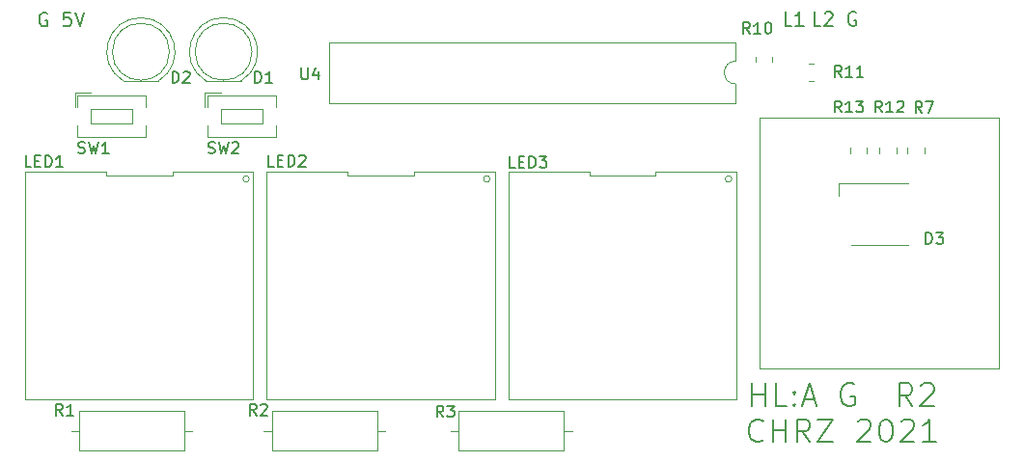
<source format=gbr>
%TF.GenerationSoftware,KiCad,Pcbnew,5.1.9*%
%TF.CreationDate,2021-02-04T18:55:06+01:00*%
%TF.ProjectId,hl-alyx-glove,686c2d61-6c79-4782-9d67-6c6f76652e6b,rev?*%
%TF.SameCoordinates,Original*%
%TF.FileFunction,Legend,Top*%
%TF.FilePolarity,Positive*%
%FSLAX46Y46*%
G04 Gerber Fmt 4.6, Leading zero omitted, Abs format (unit mm)*
G04 Created by KiCad (PCBNEW 5.1.9) date 2021-02-04 18:55:06*
%MOMM*%
%LPD*%
G01*
G04 APERTURE LIST*
%ADD10C,0.200000*%
%ADD11C,0.120000*%
%ADD12C,0.150000*%
G04 APERTURE END LIST*
D10*
X162464285Y-46300000D02*
X162350000Y-46242857D01*
X162178571Y-46242857D01*
X162007142Y-46300000D01*
X161892857Y-46414285D01*
X161835714Y-46528571D01*
X161778571Y-46757142D01*
X161778571Y-46928571D01*
X161835714Y-47157142D01*
X161892857Y-47271428D01*
X162007142Y-47385714D01*
X162178571Y-47442857D01*
X162292857Y-47442857D01*
X162464285Y-47385714D01*
X162521428Y-47328571D01*
X162521428Y-46928571D01*
X162292857Y-46928571D01*
X156850000Y-47442857D02*
X156278571Y-47442857D01*
X156278571Y-46242857D01*
X157878571Y-47442857D02*
X157192857Y-47442857D01*
X157535714Y-47442857D02*
X157535714Y-46242857D01*
X157421428Y-46414285D01*
X157307142Y-46528571D01*
X157192857Y-46585714D01*
X159400000Y-47442857D02*
X158828571Y-47442857D01*
X158828571Y-46242857D01*
X159742857Y-46357142D02*
X159800000Y-46300000D01*
X159914285Y-46242857D01*
X160200000Y-46242857D01*
X160314285Y-46300000D01*
X160371428Y-46357142D01*
X160428571Y-46471428D01*
X160428571Y-46585714D01*
X160371428Y-46757142D01*
X159685714Y-47442857D01*
X160428571Y-47442857D01*
X91521428Y-46350000D02*
X91407142Y-46292857D01*
X91235714Y-46292857D01*
X91064285Y-46350000D01*
X90950000Y-46464285D01*
X90892857Y-46578571D01*
X90835714Y-46807142D01*
X90835714Y-46978571D01*
X90892857Y-47207142D01*
X90950000Y-47321428D01*
X91064285Y-47435714D01*
X91235714Y-47492857D01*
X91350000Y-47492857D01*
X91521428Y-47435714D01*
X91578571Y-47378571D01*
X91578571Y-46978571D01*
X91350000Y-46978571D01*
X93578571Y-46292857D02*
X93007142Y-46292857D01*
X92950000Y-46864285D01*
X93007142Y-46807142D01*
X93121428Y-46750000D01*
X93407142Y-46750000D01*
X93521428Y-46807142D01*
X93578571Y-46864285D01*
X93635714Y-46978571D01*
X93635714Y-47264285D01*
X93578571Y-47378571D01*
X93521428Y-47435714D01*
X93407142Y-47492857D01*
X93121428Y-47492857D01*
X93007142Y-47435714D01*
X92950000Y-47378571D01*
X93978571Y-46292857D02*
X94378571Y-47492857D01*
X94778571Y-46292857D01*
D11*
X109265685Y-60900000D02*
G75*
G03*
X109265685Y-60900000I-282843J0D01*
G01*
X130382843Y-60900000D02*
G75*
G03*
X130382843Y-60900000I-282843J0D01*
G01*
X151582843Y-60900000D02*
G75*
G03*
X151582843Y-60900000I-282843J0D01*
G01*
D12*
X153347619Y-80829761D02*
X153347619Y-78829761D01*
X153347619Y-79782142D02*
X154490476Y-79782142D01*
X154490476Y-80829761D02*
X154490476Y-78829761D01*
X156395238Y-80829761D02*
X155442857Y-80829761D01*
X155442857Y-78829761D01*
X157061904Y-80639285D02*
X157157142Y-80734523D01*
X157061904Y-80829761D01*
X156966666Y-80734523D01*
X157061904Y-80639285D01*
X157061904Y-80829761D01*
X157061904Y-79591666D02*
X157157142Y-79686904D01*
X157061904Y-79782142D01*
X156966666Y-79686904D01*
X157061904Y-79591666D01*
X157061904Y-79782142D01*
X157919047Y-80258333D02*
X158871428Y-80258333D01*
X157728571Y-80829761D02*
X158395238Y-78829761D01*
X159061904Y-80829761D01*
X162300000Y-78925000D02*
X162109523Y-78829761D01*
X161823809Y-78829761D01*
X161538095Y-78925000D01*
X161347619Y-79115476D01*
X161252380Y-79305952D01*
X161157142Y-79686904D01*
X161157142Y-79972619D01*
X161252380Y-80353571D01*
X161347619Y-80544047D01*
X161538095Y-80734523D01*
X161823809Y-80829761D01*
X162014285Y-80829761D01*
X162300000Y-80734523D01*
X162395238Y-80639285D01*
X162395238Y-79972619D01*
X162014285Y-79972619D01*
X167442857Y-80829761D02*
X166776190Y-79877380D01*
X166300000Y-80829761D02*
X166300000Y-78829761D01*
X167061904Y-78829761D01*
X167252380Y-78925000D01*
X167347619Y-79020238D01*
X167442857Y-79210714D01*
X167442857Y-79496428D01*
X167347619Y-79686904D01*
X167252380Y-79782142D01*
X167061904Y-79877380D01*
X166300000Y-79877380D01*
X168204761Y-79020238D02*
X168300000Y-78925000D01*
X168490476Y-78829761D01*
X168966666Y-78829761D01*
X169157142Y-78925000D01*
X169252380Y-79020238D01*
X169347619Y-79210714D01*
X169347619Y-79401190D01*
X169252380Y-79686904D01*
X168109523Y-80829761D01*
X169347619Y-80829761D01*
X154347619Y-83789285D02*
X154252380Y-83884523D01*
X153966666Y-83979761D01*
X153776190Y-83979761D01*
X153490476Y-83884523D01*
X153300000Y-83694047D01*
X153204761Y-83503571D01*
X153109523Y-83122619D01*
X153109523Y-82836904D01*
X153204761Y-82455952D01*
X153300000Y-82265476D01*
X153490476Y-82075000D01*
X153776190Y-81979761D01*
X153966666Y-81979761D01*
X154252380Y-82075000D01*
X154347619Y-82170238D01*
X155204761Y-83979761D02*
X155204761Y-81979761D01*
X155204761Y-82932142D02*
X156347619Y-82932142D01*
X156347619Y-83979761D02*
X156347619Y-81979761D01*
X158442857Y-83979761D02*
X157776190Y-83027380D01*
X157300000Y-83979761D02*
X157300000Y-81979761D01*
X158061904Y-81979761D01*
X158252380Y-82075000D01*
X158347619Y-82170238D01*
X158442857Y-82360714D01*
X158442857Y-82646428D01*
X158347619Y-82836904D01*
X158252380Y-82932142D01*
X158061904Y-83027380D01*
X157300000Y-83027380D01*
X159109523Y-81979761D02*
X160442857Y-81979761D01*
X159109523Y-83979761D01*
X160442857Y-83979761D01*
X162633333Y-82170238D02*
X162728571Y-82075000D01*
X162919047Y-81979761D01*
X163395238Y-81979761D01*
X163585714Y-82075000D01*
X163680952Y-82170238D01*
X163776190Y-82360714D01*
X163776190Y-82551190D01*
X163680952Y-82836904D01*
X162538095Y-83979761D01*
X163776190Y-83979761D01*
X165014285Y-81979761D02*
X165204761Y-81979761D01*
X165395238Y-82075000D01*
X165490476Y-82170238D01*
X165585714Y-82360714D01*
X165680952Y-82741666D01*
X165680952Y-83217857D01*
X165585714Y-83598809D01*
X165490476Y-83789285D01*
X165395238Y-83884523D01*
X165204761Y-83979761D01*
X165014285Y-83979761D01*
X164823809Y-83884523D01*
X164728571Y-83789285D01*
X164633333Y-83598809D01*
X164538095Y-83217857D01*
X164538095Y-82741666D01*
X164633333Y-82360714D01*
X164728571Y-82170238D01*
X164823809Y-82075000D01*
X165014285Y-81979761D01*
X166442857Y-82170238D02*
X166538095Y-82075000D01*
X166728571Y-81979761D01*
X167204761Y-81979761D01*
X167395238Y-82075000D01*
X167490476Y-82170238D01*
X167585714Y-82360714D01*
X167585714Y-82551190D01*
X167490476Y-82836904D01*
X166347619Y-83979761D01*
X167585714Y-83979761D01*
X169490476Y-83979761D02*
X168347619Y-83979761D01*
X168919047Y-83979761D02*
X168919047Y-81979761D01*
X168728571Y-82265476D01*
X168538095Y-82455952D01*
X168347619Y-82551190D01*
D11*
X175050000Y-77550000D02*
X174050000Y-77550000D01*
X175050000Y-55550000D02*
X175050000Y-77550000D01*
X174050000Y-55550000D02*
X175050000Y-55550000D01*
X154050000Y-55550000D02*
X154050000Y-57550000D01*
X174050000Y-55550000D02*
X154050000Y-55550000D01*
X154050000Y-77550000D02*
X174050000Y-77550000D01*
X154050000Y-57550000D02*
X154050000Y-77550000D01*
%TO.C,SW2*%
X105600000Y-53550000D02*
X111600000Y-53550000D01*
X105600000Y-57250000D02*
X111600000Y-57250000D01*
X105600000Y-53550000D02*
X105600000Y-54600000D01*
X105600000Y-56200000D02*
X105600000Y-57250000D01*
X111600000Y-53550000D02*
X111600000Y-54600000D01*
X111600000Y-56200000D02*
X111600000Y-57250000D01*
X105360000Y-53310000D02*
X106743000Y-53310000D01*
X105360000Y-53310000D02*
X105360000Y-54600000D01*
X106790000Y-54765000D02*
X106790000Y-56035000D01*
X106790000Y-56035000D02*
X110410000Y-56035000D01*
X110410000Y-56035000D02*
X110410000Y-54765000D01*
X110410000Y-54765000D02*
X106790000Y-54765000D01*
%TO.C,SW1*%
X94200000Y-53550000D02*
X100200000Y-53550000D01*
X94200000Y-57250000D02*
X100200000Y-57250000D01*
X94200000Y-53550000D02*
X94200000Y-54600000D01*
X94200000Y-56200000D02*
X94200000Y-57250000D01*
X100200000Y-53550000D02*
X100200000Y-54600000D01*
X100200000Y-56200000D02*
X100200000Y-57250000D01*
X93960000Y-53310000D02*
X95343000Y-53310000D01*
X93960000Y-53310000D02*
X93960000Y-54600000D01*
X95390000Y-54765000D02*
X95390000Y-56035000D01*
X95390000Y-56035000D02*
X99010000Y-56035000D01*
X99010000Y-56035000D02*
X99010000Y-54765000D01*
X99010000Y-54765000D02*
X95390000Y-54765000D01*
%TO.C,R13*%
X163435000Y-58627064D02*
X163435000Y-58172936D01*
X161965000Y-58627064D02*
X161965000Y-58172936D01*
%TO.C,R12*%
X166035000Y-58627064D02*
X166035000Y-58172936D01*
X164565000Y-58627064D02*
X164565000Y-58172936D01*
%TO.C,R11*%
X158777064Y-50815000D02*
X158322936Y-50815000D01*
X158777064Y-52285000D02*
X158322936Y-52285000D01*
%TO.C,LED2*%
X110800001Y-60260001D02*
X112050001Y-60260001D01*
X110800001Y-80260001D02*
X110800001Y-60260001D01*
X130800001Y-80260001D02*
X110800001Y-80260001D01*
X130800001Y-60260001D02*
X130800001Y-80260001D01*
X129550001Y-60260001D02*
X130800001Y-60260001D01*
X117883335Y-60260001D02*
X112050001Y-60260001D01*
X117883335Y-60620001D02*
X117883335Y-60260001D01*
X123716667Y-60620001D02*
X117883335Y-60620001D01*
X123716667Y-60260001D02*
X123716667Y-60620001D01*
X129550001Y-60260001D02*
X123716667Y-60260001D01*
%TO.C,R7*%
X167015000Y-58627064D02*
X167015000Y-58172936D01*
X168485000Y-58627064D02*
X168485000Y-58172936D01*
%TO.C,R10*%
X153665000Y-50172936D02*
X153665000Y-50627064D01*
X155135000Y-50172936D02*
X155135000Y-50627064D01*
%TO.C,U4*%
X151930000Y-50560000D02*
X151930000Y-48910000D01*
X151930000Y-48910000D02*
X116250000Y-48910000D01*
X116250000Y-48910000D02*
X116250000Y-54210000D01*
X116250000Y-54210000D02*
X151930000Y-54210000D01*
X151930000Y-54210000D02*
X151930000Y-52560000D01*
X151930000Y-52560000D02*
G75*
G02*
X151930000Y-50560000I0J1000000D01*
G01*
%TO.C,D3*%
X161000000Y-61300000D02*
X167100000Y-61300000D01*
X161000000Y-62400000D02*
X161000000Y-61300000D01*
X167100000Y-66700000D02*
X162100000Y-66700000D01*
%TO.C,LED3*%
X132000001Y-60260001D02*
X133250001Y-60260001D01*
X132000001Y-80260001D02*
X132000001Y-60260001D01*
X152000001Y-80260001D02*
X132000001Y-80260001D01*
X152000001Y-60260001D02*
X152000001Y-80260001D01*
X150750001Y-60260001D02*
X152000001Y-60260001D01*
X139083335Y-60260001D02*
X133250001Y-60260001D01*
X139083335Y-60620001D02*
X139083335Y-60260001D01*
X144916667Y-60620001D02*
X139083335Y-60620001D01*
X144916667Y-60260001D02*
X144916667Y-60620001D01*
X150750001Y-60260001D02*
X144916667Y-60260001D01*
%TO.C,D2*%
X98205000Y-52290000D02*
X101295000Y-52290000D01*
X102250000Y-49730000D02*
G75*
G03*
X102250000Y-49730000I-2500000J0D01*
G01*
X99750462Y-46740000D02*
G75*
G03*
X98205170Y-52290000I-462J-2990000D01*
G01*
X99749538Y-46740000D02*
G75*
G02*
X101294830Y-52290000I462J-2990000D01*
G01*
%TO.C,D1*%
X109500000Y-49730000D02*
G75*
G03*
X109500000Y-49730000I-2500000J0D01*
G01*
X105455000Y-52290000D02*
X108545000Y-52290000D01*
X106999538Y-46740000D02*
G75*
G02*
X108544830Y-52290000I462J-2990000D01*
G01*
X107000462Y-46740000D02*
G75*
G03*
X105455170Y-52290000I-462J-2990000D01*
G01*
%TO.C,R3*%
X136870000Y-84720000D02*
X136870000Y-81280000D01*
X136870000Y-81280000D02*
X127630000Y-81280000D01*
X127630000Y-81280000D02*
X127630000Y-84720000D01*
X127630000Y-84720000D02*
X136870000Y-84720000D01*
X137560000Y-83000000D02*
X136870000Y-83000000D01*
X126940000Y-83000000D02*
X127630000Y-83000000D01*
%TO.C,R2*%
X120470000Y-84720000D02*
X120470000Y-81280000D01*
X120470000Y-81280000D02*
X111230000Y-81280000D01*
X111230000Y-81280000D02*
X111230000Y-84720000D01*
X111230000Y-84720000D02*
X120470000Y-84720000D01*
X121160000Y-83000000D02*
X120470000Y-83000000D01*
X110540000Y-83000000D02*
X111230000Y-83000000D01*
%TO.C,R1*%
X94330000Y-81280000D02*
X94330000Y-84720000D01*
X94330000Y-84720000D02*
X103570000Y-84720000D01*
X103570000Y-84720000D02*
X103570000Y-81280000D01*
X103570000Y-81280000D02*
X94330000Y-81280000D01*
X93640000Y-83000000D02*
X94330000Y-83000000D01*
X104260000Y-83000000D02*
X103570000Y-83000000D01*
%TO.C,LED1*%
X108341999Y-60260001D02*
X102508665Y-60260001D01*
X102508665Y-60260001D02*
X102508665Y-60620001D01*
X102508665Y-60620001D02*
X96675333Y-60620001D01*
X96675333Y-60620001D02*
X96675333Y-60260001D01*
X96675333Y-60260001D02*
X90841999Y-60260001D01*
X108341999Y-60260001D02*
X109591999Y-60260001D01*
X109591999Y-60260001D02*
X109591999Y-80260001D01*
X109591999Y-80260001D02*
X89591999Y-80260001D01*
X89591999Y-80260001D02*
X89591999Y-60260001D01*
X89591999Y-60260001D02*
X90841999Y-60260001D01*
%TO.C,SW2*%
D12*
X105666666Y-58604761D02*
X105809523Y-58652380D01*
X106047619Y-58652380D01*
X106142857Y-58604761D01*
X106190476Y-58557142D01*
X106238095Y-58461904D01*
X106238095Y-58366666D01*
X106190476Y-58271428D01*
X106142857Y-58223809D01*
X106047619Y-58176190D01*
X105857142Y-58128571D01*
X105761904Y-58080952D01*
X105714285Y-58033333D01*
X105666666Y-57938095D01*
X105666666Y-57842857D01*
X105714285Y-57747619D01*
X105761904Y-57700000D01*
X105857142Y-57652380D01*
X106095238Y-57652380D01*
X106238095Y-57700000D01*
X106571428Y-57652380D02*
X106809523Y-58652380D01*
X107000000Y-57938095D01*
X107190476Y-58652380D01*
X107428571Y-57652380D01*
X107761904Y-57747619D02*
X107809523Y-57700000D01*
X107904761Y-57652380D01*
X108142857Y-57652380D01*
X108238095Y-57700000D01*
X108285714Y-57747619D01*
X108333333Y-57842857D01*
X108333333Y-57938095D01*
X108285714Y-58080952D01*
X107714285Y-58652380D01*
X108333333Y-58652380D01*
%TO.C,SW1*%
X94266666Y-58604761D02*
X94409523Y-58652380D01*
X94647619Y-58652380D01*
X94742857Y-58604761D01*
X94790476Y-58557142D01*
X94838095Y-58461904D01*
X94838095Y-58366666D01*
X94790476Y-58271428D01*
X94742857Y-58223809D01*
X94647619Y-58176190D01*
X94457142Y-58128571D01*
X94361904Y-58080952D01*
X94314285Y-58033333D01*
X94266666Y-57938095D01*
X94266666Y-57842857D01*
X94314285Y-57747619D01*
X94361904Y-57700000D01*
X94457142Y-57652380D01*
X94695238Y-57652380D01*
X94838095Y-57700000D01*
X95171428Y-57652380D02*
X95409523Y-58652380D01*
X95600000Y-57938095D01*
X95790476Y-58652380D01*
X96028571Y-57652380D01*
X96933333Y-58652380D02*
X96361904Y-58652380D01*
X96647619Y-58652380D02*
X96647619Y-57652380D01*
X96552380Y-57795238D01*
X96457142Y-57890476D01*
X96361904Y-57938095D01*
%TO.C,R13*%
X161207142Y-55052380D02*
X160873809Y-54576190D01*
X160635714Y-55052380D02*
X160635714Y-54052380D01*
X161016666Y-54052380D01*
X161111904Y-54100000D01*
X161159523Y-54147619D01*
X161207142Y-54242857D01*
X161207142Y-54385714D01*
X161159523Y-54480952D01*
X161111904Y-54528571D01*
X161016666Y-54576190D01*
X160635714Y-54576190D01*
X162159523Y-55052380D02*
X161588095Y-55052380D01*
X161873809Y-55052380D02*
X161873809Y-54052380D01*
X161778571Y-54195238D01*
X161683333Y-54290476D01*
X161588095Y-54338095D01*
X162492857Y-54052380D02*
X163111904Y-54052380D01*
X162778571Y-54433333D01*
X162921428Y-54433333D01*
X163016666Y-54480952D01*
X163064285Y-54528571D01*
X163111904Y-54623809D01*
X163111904Y-54861904D01*
X163064285Y-54957142D01*
X163016666Y-55004761D01*
X162921428Y-55052380D01*
X162635714Y-55052380D01*
X162540476Y-55004761D01*
X162492857Y-54957142D01*
%TO.C,R12*%
X164757142Y-55052380D02*
X164423809Y-54576190D01*
X164185714Y-55052380D02*
X164185714Y-54052380D01*
X164566666Y-54052380D01*
X164661904Y-54100000D01*
X164709523Y-54147619D01*
X164757142Y-54242857D01*
X164757142Y-54385714D01*
X164709523Y-54480952D01*
X164661904Y-54528571D01*
X164566666Y-54576190D01*
X164185714Y-54576190D01*
X165709523Y-55052380D02*
X165138095Y-55052380D01*
X165423809Y-55052380D02*
X165423809Y-54052380D01*
X165328571Y-54195238D01*
X165233333Y-54290476D01*
X165138095Y-54338095D01*
X166090476Y-54147619D02*
X166138095Y-54100000D01*
X166233333Y-54052380D01*
X166471428Y-54052380D01*
X166566666Y-54100000D01*
X166614285Y-54147619D01*
X166661904Y-54242857D01*
X166661904Y-54338095D01*
X166614285Y-54480952D01*
X166042857Y-55052380D01*
X166661904Y-55052380D01*
%TO.C,R11*%
X161207142Y-51952380D02*
X160873809Y-51476190D01*
X160635714Y-51952380D02*
X160635714Y-50952380D01*
X161016666Y-50952380D01*
X161111904Y-51000000D01*
X161159523Y-51047619D01*
X161207142Y-51142857D01*
X161207142Y-51285714D01*
X161159523Y-51380952D01*
X161111904Y-51428571D01*
X161016666Y-51476190D01*
X160635714Y-51476190D01*
X162159523Y-51952380D02*
X161588095Y-51952380D01*
X161873809Y-51952380D02*
X161873809Y-50952380D01*
X161778571Y-51095238D01*
X161683333Y-51190476D01*
X161588095Y-51238095D01*
X163111904Y-51952380D02*
X162540476Y-51952380D01*
X162826190Y-51952380D02*
X162826190Y-50952380D01*
X162730952Y-51095238D01*
X162635714Y-51190476D01*
X162540476Y-51238095D01*
%TO.C,LED2*%
X111430952Y-59802380D02*
X110954761Y-59802380D01*
X110954761Y-58802380D01*
X111764285Y-59278571D02*
X112097619Y-59278571D01*
X112240476Y-59802380D02*
X111764285Y-59802380D01*
X111764285Y-58802380D01*
X112240476Y-58802380D01*
X112669047Y-59802380D02*
X112669047Y-58802380D01*
X112907142Y-58802380D01*
X113050000Y-58850000D01*
X113145238Y-58945238D01*
X113192857Y-59040476D01*
X113240476Y-59230952D01*
X113240476Y-59373809D01*
X113192857Y-59564285D01*
X113145238Y-59659523D01*
X113050000Y-59754761D01*
X112907142Y-59802380D01*
X112669047Y-59802380D01*
X113621428Y-58897619D02*
X113669047Y-58850000D01*
X113764285Y-58802380D01*
X114002380Y-58802380D01*
X114097619Y-58850000D01*
X114145238Y-58897619D01*
X114192857Y-58992857D01*
X114192857Y-59088095D01*
X114145238Y-59230952D01*
X113573809Y-59802380D01*
X114192857Y-59802380D01*
%TO.C,R7*%
X168283333Y-55102380D02*
X167950000Y-54626190D01*
X167711904Y-55102380D02*
X167711904Y-54102380D01*
X168092857Y-54102380D01*
X168188095Y-54150000D01*
X168235714Y-54197619D01*
X168283333Y-54292857D01*
X168283333Y-54435714D01*
X168235714Y-54530952D01*
X168188095Y-54578571D01*
X168092857Y-54626190D01*
X167711904Y-54626190D01*
X168616666Y-54102380D02*
X169283333Y-54102380D01*
X168854761Y-55102380D01*
%TO.C,R10*%
X153157142Y-48152380D02*
X152823809Y-47676190D01*
X152585714Y-48152380D02*
X152585714Y-47152380D01*
X152966666Y-47152380D01*
X153061904Y-47200000D01*
X153109523Y-47247619D01*
X153157142Y-47342857D01*
X153157142Y-47485714D01*
X153109523Y-47580952D01*
X153061904Y-47628571D01*
X152966666Y-47676190D01*
X152585714Y-47676190D01*
X154109523Y-48152380D02*
X153538095Y-48152380D01*
X153823809Y-48152380D02*
X153823809Y-47152380D01*
X153728571Y-47295238D01*
X153633333Y-47390476D01*
X153538095Y-47438095D01*
X154728571Y-47152380D02*
X154823809Y-47152380D01*
X154919047Y-47200000D01*
X154966666Y-47247619D01*
X155014285Y-47342857D01*
X155061904Y-47533333D01*
X155061904Y-47771428D01*
X155014285Y-47961904D01*
X154966666Y-48057142D01*
X154919047Y-48104761D01*
X154823809Y-48152380D01*
X154728571Y-48152380D01*
X154633333Y-48104761D01*
X154585714Y-48057142D01*
X154538095Y-47961904D01*
X154490476Y-47771428D01*
X154490476Y-47533333D01*
X154538095Y-47342857D01*
X154585714Y-47247619D01*
X154633333Y-47200000D01*
X154728571Y-47152380D01*
%TO.C,U4*%
X113838095Y-51152380D02*
X113838095Y-51961904D01*
X113885714Y-52057142D01*
X113933333Y-52104761D01*
X114028571Y-52152380D01*
X114219047Y-52152380D01*
X114314285Y-52104761D01*
X114361904Y-52057142D01*
X114409523Y-51961904D01*
X114409523Y-51152380D01*
X115314285Y-51485714D02*
X115314285Y-52152380D01*
X115076190Y-51104761D02*
X114838095Y-51819047D01*
X115457142Y-51819047D01*
%TO.C,D3*%
X168611904Y-66602380D02*
X168611904Y-65602380D01*
X168850000Y-65602380D01*
X168992857Y-65650000D01*
X169088095Y-65745238D01*
X169135714Y-65840476D01*
X169183333Y-66030952D01*
X169183333Y-66173809D01*
X169135714Y-66364285D01*
X169088095Y-66459523D01*
X168992857Y-66554761D01*
X168850000Y-66602380D01*
X168611904Y-66602380D01*
X169516666Y-65602380D02*
X170135714Y-65602380D01*
X169802380Y-65983333D01*
X169945238Y-65983333D01*
X170040476Y-66030952D01*
X170088095Y-66078571D01*
X170135714Y-66173809D01*
X170135714Y-66411904D01*
X170088095Y-66507142D01*
X170040476Y-66554761D01*
X169945238Y-66602380D01*
X169659523Y-66602380D01*
X169564285Y-66554761D01*
X169516666Y-66507142D01*
%TO.C,LED3*%
X132580952Y-59902380D02*
X132104761Y-59902380D01*
X132104761Y-58902380D01*
X132914285Y-59378571D02*
X133247619Y-59378571D01*
X133390476Y-59902380D02*
X132914285Y-59902380D01*
X132914285Y-58902380D01*
X133390476Y-58902380D01*
X133819047Y-59902380D02*
X133819047Y-58902380D01*
X134057142Y-58902380D01*
X134200000Y-58950000D01*
X134295238Y-59045238D01*
X134342857Y-59140476D01*
X134390476Y-59330952D01*
X134390476Y-59473809D01*
X134342857Y-59664285D01*
X134295238Y-59759523D01*
X134200000Y-59854761D01*
X134057142Y-59902380D01*
X133819047Y-59902380D01*
X134723809Y-58902380D02*
X135342857Y-58902380D01*
X135009523Y-59283333D01*
X135152380Y-59283333D01*
X135247619Y-59330952D01*
X135295238Y-59378571D01*
X135342857Y-59473809D01*
X135342857Y-59711904D01*
X135295238Y-59807142D01*
X135247619Y-59854761D01*
X135152380Y-59902380D01*
X134866666Y-59902380D01*
X134771428Y-59854761D01*
X134723809Y-59807142D01*
%TO.C,D2*%
X102511904Y-52452380D02*
X102511904Y-51452380D01*
X102750000Y-51452380D01*
X102892857Y-51500000D01*
X102988095Y-51595238D01*
X103035714Y-51690476D01*
X103083333Y-51880952D01*
X103083333Y-52023809D01*
X103035714Y-52214285D01*
X102988095Y-52309523D01*
X102892857Y-52404761D01*
X102750000Y-52452380D01*
X102511904Y-52452380D01*
X103464285Y-51547619D02*
X103511904Y-51500000D01*
X103607142Y-51452380D01*
X103845238Y-51452380D01*
X103940476Y-51500000D01*
X103988095Y-51547619D01*
X104035714Y-51642857D01*
X104035714Y-51738095D01*
X103988095Y-51880952D01*
X103416666Y-52452380D01*
X104035714Y-52452380D01*
%TO.C,D1*%
X109761904Y-52452380D02*
X109761904Y-51452380D01*
X110000000Y-51452380D01*
X110142857Y-51500000D01*
X110238095Y-51595238D01*
X110285714Y-51690476D01*
X110333333Y-51880952D01*
X110333333Y-52023809D01*
X110285714Y-52214285D01*
X110238095Y-52309523D01*
X110142857Y-52404761D01*
X110000000Y-52452380D01*
X109761904Y-52452380D01*
X111285714Y-52452380D02*
X110714285Y-52452380D01*
X111000000Y-52452380D02*
X111000000Y-51452380D01*
X110904761Y-51595238D01*
X110809523Y-51690476D01*
X110714285Y-51738095D01*
%TO.C,R3*%
X126283333Y-81802380D02*
X125950000Y-81326190D01*
X125711904Y-81802380D02*
X125711904Y-80802380D01*
X126092857Y-80802380D01*
X126188095Y-80850000D01*
X126235714Y-80897619D01*
X126283333Y-80992857D01*
X126283333Y-81135714D01*
X126235714Y-81230952D01*
X126188095Y-81278571D01*
X126092857Y-81326190D01*
X125711904Y-81326190D01*
X126616666Y-80802380D02*
X127235714Y-80802380D01*
X126902380Y-81183333D01*
X127045238Y-81183333D01*
X127140476Y-81230952D01*
X127188095Y-81278571D01*
X127235714Y-81373809D01*
X127235714Y-81611904D01*
X127188095Y-81707142D01*
X127140476Y-81754761D01*
X127045238Y-81802380D01*
X126759523Y-81802380D01*
X126664285Y-81754761D01*
X126616666Y-81707142D01*
%TO.C,R2*%
X109883333Y-81652380D02*
X109550000Y-81176190D01*
X109311904Y-81652380D02*
X109311904Y-80652380D01*
X109692857Y-80652380D01*
X109788095Y-80700000D01*
X109835714Y-80747619D01*
X109883333Y-80842857D01*
X109883333Y-80985714D01*
X109835714Y-81080952D01*
X109788095Y-81128571D01*
X109692857Y-81176190D01*
X109311904Y-81176190D01*
X110264285Y-80747619D02*
X110311904Y-80700000D01*
X110407142Y-80652380D01*
X110645238Y-80652380D01*
X110740476Y-80700000D01*
X110788095Y-80747619D01*
X110835714Y-80842857D01*
X110835714Y-80938095D01*
X110788095Y-81080952D01*
X110216666Y-81652380D01*
X110835714Y-81652380D01*
%TO.C,R1*%
X92883333Y-81652380D02*
X92550000Y-81176190D01*
X92311904Y-81652380D02*
X92311904Y-80652380D01*
X92692857Y-80652380D01*
X92788095Y-80700000D01*
X92835714Y-80747619D01*
X92883333Y-80842857D01*
X92883333Y-80985714D01*
X92835714Y-81080952D01*
X92788095Y-81128571D01*
X92692857Y-81176190D01*
X92311904Y-81176190D01*
X93835714Y-81652380D02*
X93264285Y-81652380D01*
X93550000Y-81652380D02*
X93550000Y-80652380D01*
X93454761Y-80795238D01*
X93359523Y-80890476D01*
X93264285Y-80938095D01*
%TO.C,LED1*%
X90130952Y-59852380D02*
X89654761Y-59852380D01*
X89654761Y-58852380D01*
X90464285Y-59328571D02*
X90797619Y-59328571D01*
X90940476Y-59852380D02*
X90464285Y-59852380D01*
X90464285Y-58852380D01*
X90940476Y-58852380D01*
X91369047Y-59852380D02*
X91369047Y-58852380D01*
X91607142Y-58852380D01*
X91750000Y-58900000D01*
X91845238Y-58995238D01*
X91892857Y-59090476D01*
X91940476Y-59280952D01*
X91940476Y-59423809D01*
X91892857Y-59614285D01*
X91845238Y-59709523D01*
X91750000Y-59804761D01*
X91607142Y-59852380D01*
X91369047Y-59852380D01*
X92892857Y-59852380D02*
X92321428Y-59852380D01*
X92607142Y-59852380D02*
X92607142Y-58852380D01*
X92511904Y-58995238D01*
X92416666Y-59090476D01*
X92321428Y-59138095D01*
%TD*%
M02*

</source>
